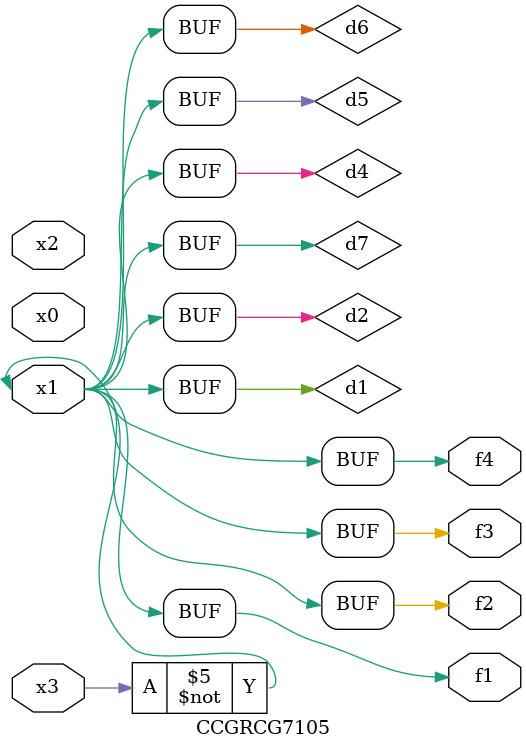
<source format=v>
module CCGRCG7105(
	input x0, x1, x2, x3,
	output f1, f2, f3, f4
);

	wire d1, d2, d3, d4, d5, d6, d7;

	not (d1, x3);
	buf (d2, x1);
	xnor (d3, d1, d2);
	nor (d4, d1);
	buf (d5, d1, d2);
	buf (d6, d4, d5);
	nand (d7, d4);
	assign f1 = d6;
	assign f2 = d7;
	assign f3 = d6;
	assign f4 = d6;
endmodule

</source>
